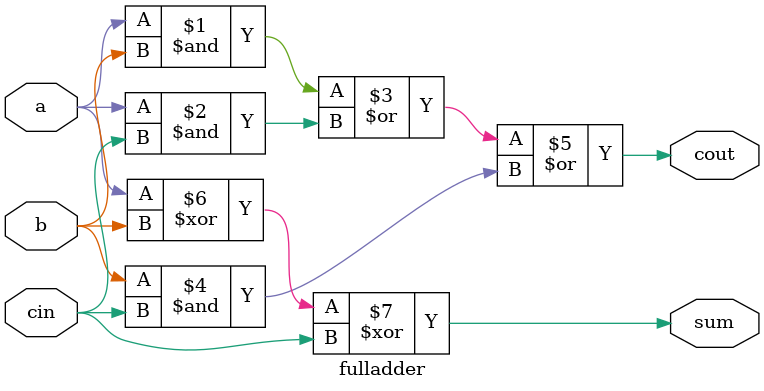
<source format=v>


module fulladder (input a, input b, input cin, output cout, output sum);

    assign cout = (a & b) | (a & cin) | (b & cin);
    assign sum = a ^ b ^ cin;

endmodule

</source>
